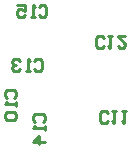
<source format=gbo>
G04*
G04 #@! TF.GenerationSoftware,Altium Limited,Altium Designer,18.0.7 (293)*
G04*
G04 Layer_Color=3326705*
%FSLAX25Y25*%
%MOIN*%
G70*
G01*
G75*
%ADD16C,0.01000*%
D16*
X195376Y138780D02*
X196032Y139436D01*
X197344D01*
X198000Y138780D01*
Y136156D01*
X197344Y135500D01*
X196032D01*
X195376Y136156D01*
X194064Y135500D02*
X192752D01*
X193408D01*
Y139436D01*
X194064Y138780D01*
X188161Y139436D02*
X190785D01*
Y137468D01*
X189473Y138124D01*
X188817D01*
X188161Y137468D01*
Y136156D01*
X188817Y135500D01*
X190129D01*
X190785Y136156D01*
X194220Y100376D02*
X193564Y101032D01*
Y102344D01*
X194220Y103000D01*
X196844D01*
X197500Y102344D01*
Y101032D01*
X196844Y100376D01*
X197500Y99064D02*
Y97752D01*
Y98408D01*
X193564D01*
X194220Y99064D01*
X197500Y93817D02*
X193564D01*
X195532Y95784D01*
Y93161D01*
X193876Y120780D02*
X194532Y121436D01*
X195844D01*
X196500Y120780D01*
Y118156D01*
X195844Y117500D01*
X194532D01*
X193876Y118156D01*
X192564Y117500D02*
X191252D01*
X191908D01*
Y121436D01*
X192564Y120780D01*
X189285D02*
X188628Y121436D01*
X187317D01*
X186661Y120780D01*
Y120124D01*
X187317Y119468D01*
X187973D01*
X187317D01*
X186661Y118812D01*
Y118156D01*
X187317Y117500D01*
X188628D01*
X189285Y118156D01*
X217124Y125720D02*
X216468Y125064D01*
X215156D01*
X214500Y125720D01*
Y128344D01*
X215156Y129000D01*
X216468D01*
X217124Y128344D01*
X218436Y129000D02*
X219748D01*
X219092D01*
Y125064D01*
X218436Y125720D01*
X224339Y129000D02*
X221715D01*
X224339Y126376D01*
Y125720D01*
X223683Y125064D01*
X222372D01*
X221715Y125720D01*
X218624Y100720D02*
X217968Y100064D01*
X216656D01*
X216000Y100720D01*
Y103344D01*
X216656Y104000D01*
X217968D01*
X218624Y103344D01*
X219936Y104000D02*
X221248D01*
X220592D01*
Y100064D01*
X219936Y100720D01*
X223216Y104000D02*
X224527D01*
X223871D01*
Y100064D01*
X223216Y100720D01*
X184720Y108376D02*
X184064Y109032D01*
Y110344D01*
X184720Y111000D01*
X187344D01*
X188000Y110344D01*
Y109032D01*
X187344Y108376D01*
X188000Y107064D02*
Y105752D01*
Y106408D01*
X184064D01*
X184720Y107064D01*
Y103785D02*
X184064Y103129D01*
Y101817D01*
X184720Y101161D01*
X187344D01*
X188000Y101817D01*
Y103129D01*
X187344Y103785D01*
X184720D01*
M02*

</source>
